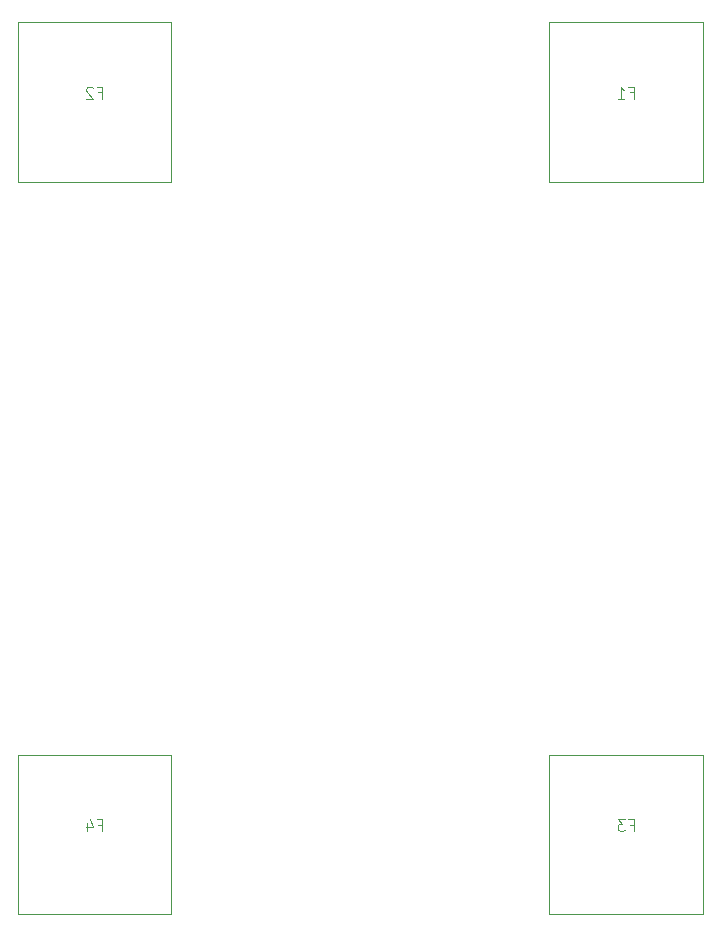
<source format=gbr>
%TF.GenerationSoftware,KiCad,Pcbnew,9.0.6*%
%TF.CreationDate,2025-12-28T22:44:28+11:00*%
%TF.ProjectId,envelope-generator,656e7665-6c6f-4706-952d-67656e657261,rev?*%
%TF.SameCoordinates,Original*%
%TF.FileFunction,Legend,Bot*%
%TF.FilePolarity,Positive*%
%FSLAX46Y46*%
G04 Gerber Fmt 4.6, Leading zero omitted, Abs format (unit mm)*
G04 Created by KiCad (PCBNEW 9.0.6) date 2025-12-28 22:44:28*
%MOMM*%
%LPD*%
G01*
G04 APERTURE LIST*
%ADD10C,0.100000*%
G04 APERTURE END LIST*
D10*
X71833333Y-91433609D02*
X72166666Y-91433609D01*
X72166666Y-91957419D02*
X72166666Y-90957419D01*
X72166666Y-90957419D02*
X71690476Y-90957419D01*
X70880952Y-91290752D02*
X70880952Y-91957419D01*
X71119047Y-90909800D02*
X71357142Y-91624085D01*
X71357142Y-91624085D02*
X70738095Y-91624085D01*
X116833333Y-91433609D02*
X117166666Y-91433609D01*
X117166666Y-91957419D02*
X117166666Y-90957419D01*
X117166666Y-90957419D02*
X116690476Y-90957419D01*
X116404761Y-90957419D02*
X115785714Y-90957419D01*
X115785714Y-90957419D02*
X116119047Y-91338371D01*
X116119047Y-91338371D02*
X115976190Y-91338371D01*
X115976190Y-91338371D02*
X115880952Y-91385990D01*
X115880952Y-91385990D02*
X115833333Y-91433609D01*
X115833333Y-91433609D02*
X115785714Y-91528847D01*
X115785714Y-91528847D02*
X115785714Y-91766942D01*
X115785714Y-91766942D02*
X115833333Y-91862180D01*
X115833333Y-91862180D02*
X115880952Y-91909800D01*
X115880952Y-91909800D02*
X115976190Y-91957419D01*
X115976190Y-91957419D02*
X116261904Y-91957419D01*
X116261904Y-91957419D02*
X116357142Y-91909800D01*
X116357142Y-91909800D02*
X116404761Y-91862180D01*
X71833333Y-29433609D02*
X72166666Y-29433609D01*
X72166666Y-29957419D02*
X72166666Y-28957419D01*
X72166666Y-28957419D02*
X71690476Y-28957419D01*
X71357142Y-29052657D02*
X71309523Y-29005038D01*
X71309523Y-29005038D02*
X71214285Y-28957419D01*
X71214285Y-28957419D02*
X70976190Y-28957419D01*
X70976190Y-28957419D02*
X70880952Y-29005038D01*
X70880952Y-29005038D02*
X70833333Y-29052657D01*
X70833333Y-29052657D02*
X70785714Y-29147895D01*
X70785714Y-29147895D02*
X70785714Y-29243133D01*
X70785714Y-29243133D02*
X70833333Y-29385990D01*
X70833333Y-29385990D02*
X71404761Y-29957419D01*
X71404761Y-29957419D02*
X70785714Y-29957419D01*
X116833333Y-29433609D02*
X117166666Y-29433609D01*
X117166666Y-29957419D02*
X117166666Y-28957419D01*
X117166666Y-28957419D02*
X116690476Y-28957419D01*
X115785714Y-29957419D02*
X116357142Y-29957419D01*
X116071428Y-29957419D02*
X116071428Y-28957419D01*
X116071428Y-28957419D02*
X116166666Y-29100276D01*
X116166666Y-29100276D02*
X116261904Y-29195514D01*
X116261904Y-29195514D02*
X116357142Y-29243133D01*
%TO.C,F4*%
X78000000Y-85500000D02*
X65000000Y-85500000D01*
X65000000Y-99000000D01*
X78000000Y-99000000D01*
X78000000Y-85500000D01*
%TO.C,F3*%
X123000000Y-85500000D02*
X110000000Y-85500000D01*
X110000000Y-99000000D01*
X123000000Y-99000000D01*
X123000000Y-85500000D01*
%TO.C,F2*%
X78000000Y-23500000D02*
X65000000Y-23500000D01*
X65000000Y-37000000D01*
X78000000Y-37000000D01*
X78000000Y-23500000D01*
%TO.C,F1*%
X123000000Y-23500000D02*
X110000000Y-23500000D01*
X110000000Y-37000000D01*
X123000000Y-37000000D01*
X123000000Y-23500000D01*
%TD*%
M02*

</source>
